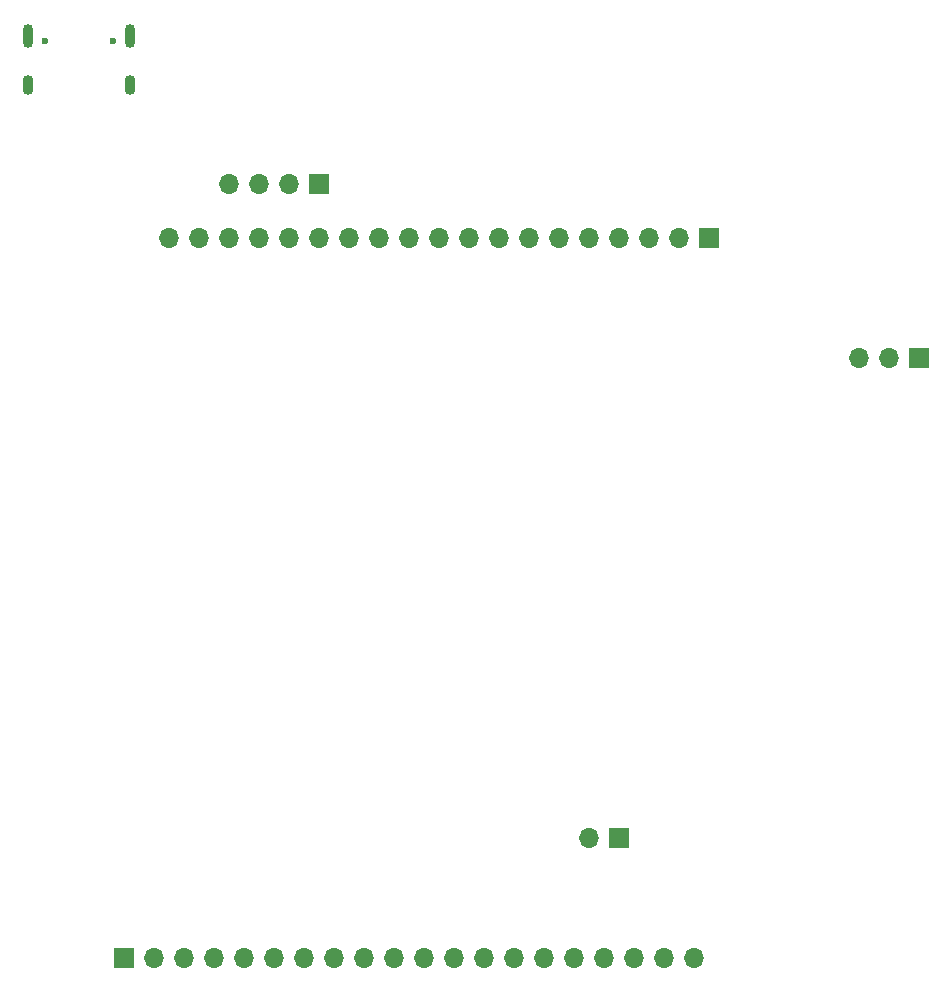
<source format=gbr>
%TF.GenerationSoftware,KiCad,Pcbnew,(6.0.7)*%
%TF.CreationDate,2022-10-07T16:54:50+08:00*%
%TF.ProjectId,__,5c1a2e6b-6963-4616-945f-706362585858,rev?*%
%TF.SameCoordinates,Original*%
%TF.FileFunction,Soldermask,Bot*%
%TF.FilePolarity,Negative*%
%FSLAX46Y46*%
G04 Gerber Fmt 4.6, Leading zero omitted, Abs format (unit mm)*
G04 Created by KiCad (PCBNEW (6.0.7)) date 2022-10-07 16:54:50*
%MOMM*%
%LPD*%
G01*
G04 APERTURE LIST*
%ADD10C,0.600000*%
%ADD11O,0.900000X2.000000*%
%ADD12O,0.900000X1.700000*%
%ADD13R,1.700000X1.700000*%
%ADD14O,1.700000X1.700000*%
G04 APERTURE END LIST*
D10*
%TO.C,J1*%
X113950000Y-29030000D03*
X119730000Y-29030000D03*
D11*
X121160000Y-28550000D03*
D12*
X121160000Y-32720000D03*
D11*
X112520000Y-28550000D03*
D12*
X112520000Y-32720000D03*
%TD*%
D13*
%TO.C,J2*%
X137160000Y-41140000D03*
D14*
X134620000Y-41140000D03*
X132080000Y-41140000D03*
X129540000Y-41140000D03*
%TD*%
D13*
%TO.C,J6*%
X162560000Y-96520000D03*
D14*
X160020000Y-96520000D03*
%TD*%
D13*
%TO.C,J7*%
X187945000Y-55880000D03*
D14*
X185405000Y-55880000D03*
X182865000Y-55880000D03*
%TD*%
D13*
%TO.C,J5*%
X120655000Y-106680000D03*
D14*
X123195000Y-106680000D03*
X125735000Y-106680000D03*
X128275000Y-106680000D03*
X130815000Y-106680000D03*
X133355000Y-106680000D03*
X135895000Y-106680000D03*
X138435000Y-106680000D03*
X140975000Y-106680000D03*
X143515000Y-106680000D03*
X146055000Y-106680000D03*
X148595000Y-106680000D03*
X151135000Y-106680000D03*
X153675000Y-106680000D03*
X156215000Y-106680000D03*
X158755000Y-106680000D03*
X161295000Y-106680000D03*
X163835000Y-106680000D03*
X166375000Y-106680000D03*
X168915000Y-106680000D03*
%TD*%
D13*
%TO.C,J4*%
X170180000Y-45720000D03*
D14*
X167640000Y-45720000D03*
X165100000Y-45720000D03*
X162560000Y-45720000D03*
X160020000Y-45720000D03*
X157480000Y-45720000D03*
X154940000Y-45720000D03*
X152400000Y-45720000D03*
X149860000Y-45720000D03*
X147320000Y-45720000D03*
X144780000Y-45720000D03*
X142240000Y-45720000D03*
X139700000Y-45720000D03*
X137160000Y-45720000D03*
X134620000Y-45720000D03*
X132080000Y-45720000D03*
X129540000Y-45720000D03*
X127000000Y-45720000D03*
X124460000Y-45720000D03*
%TD*%
M02*

</source>
